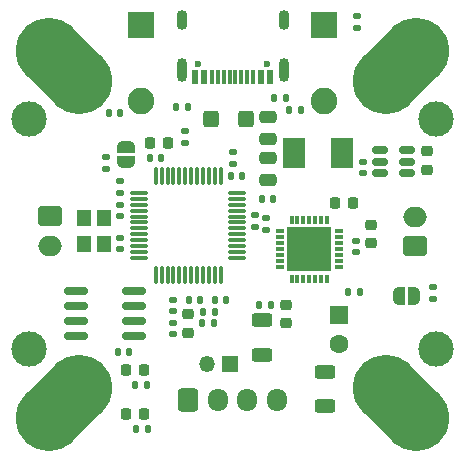
<source format=gbr>
%TF.GenerationSoftware,KiCad,Pcbnew,8.0.2*%
%TF.CreationDate,2024-09-15T16:43:51-04:00*%
%TF.ProjectId,StepperMotorDriver,53746570-7065-4724-9d6f-746f72447269,rev?*%
%TF.SameCoordinates,Original*%
%TF.FileFunction,Soldermask,Top*%
%TF.FilePolarity,Negative*%
%FSLAX46Y46*%
G04 Gerber Fmt 4.6, Leading zero omitted, Abs format (unit mm)*
G04 Created by KiCad (PCBNEW 8.0.2) date 2024-09-15 16:43:51*
%MOMM*%
%LPD*%
G01*
G04 APERTURE LIST*
G04 Aperture macros list*
%AMRoundRect*
0 Rectangle with rounded corners*
0 $1 Rounding radius*
0 $2 $3 $4 $5 $6 $7 $8 $9 X,Y pos of 4 corners*
0 Add a 4 corners polygon primitive as box body*
4,1,4,$2,$3,$4,$5,$6,$7,$8,$9,$2,$3,0*
0 Add four circle primitives for the rounded corners*
1,1,$1+$1,$2,$3*
1,1,$1+$1,$4,$5*
1,1,$1+$1,$6,$7*
1,1,$1+$1,$8,$9*
0 Add four rect primitives between the rounded corners*
20,1,$1+$1,$2,$3,$4,$5,0*
20,1,$1+$1,$4,$5,$6,$7,0*
20,1,$1+$1,$6,$7,$8,$9,0*
20,1,$1+$1,$8,$9,$2,$3,0*%
%AMHorizOval*
0 Thick line with rounded ends*
0 $1 width*
0 $2 $3 position (X,Y) of the first rounded end (center of the circle)*
0 $4 $5 position (X,Y) of the second rounded end (center of the circle)*
0 Add line between two ends*
20,1,$1,$2,$3,$4,$5,0*
0 Add two circle primitives to create the rounded ends*
1,1,$1,$2,$3*
1,1,$1,$4,$5*%
%AMFreePoly0*
4,1,19,0.500000,-0.750000,0.000000,-0.750000,0.000000,-0.744911,-0.071157,-0.744911,-0.207708,-0.704816,-0.327430,-0.627875,-0.420627,-0.520320,-0.479746,-0.390866,-0.500000,-0.250000,-0.500000,0.250000,-0.479746,0.390866,-0.420627,0.520320,-0.327430,0.627875,-0.207708,0.704816,-0.071157,0.744911,0.000000,0.744911,0.000000,0.750000,0.500000,0.750000,0.500000,-0.750000,0.500000,-0.750000,
$1*%
%AMFreePoly1*
4,1,19,0.000000,0.744911,0.071157,0.744911,0.207708,0.704816,0.327430,0.627875,0.420627,0.520320,0.479746,0.390866,0.500000,0.250000,0.500000,-0.250000,0.479746,-0.390866,0.420627,-0.520320,0.327430,-0.627875,0.207708,-0.704816,0.071157,-0.744911,0.000000,-0.744911,0.000000,-0.750000,-0.500000,-0.750000,-0.500000,0.750000,0.000000,0.750000,0.000000,0.744911,0.000000,0.744911,
$1*%
G04 Aperture macros list end*
%ADD10R,1.600000X1.600000*%
%ADD11C,1.600000*%
%ADD12R,1.200000X1.400000*%
%ADD13RoundRect,0.250000X-0.400000X-0.450000X0.400000X-0.450000X0.400000X0.450000X-0.400000X0.450000X0*%
%ADD14RoundRect,0.250000X-0.625000X0.312500X-0.625000X-0.312500X0.625000X-0.312500X0.625000X0.312500X0*%
%ADD15RoundRect,0.140000X-0.140000X-0.170000X0.140000X-0.170000X0.140000X0.170000X-0.140000X0.170000X0*%
%ADD16FreePoly0,0.000000*%
%ADD17FreePoly1,0.000000*%
%ADD18C,3.000000*%
%ADD19FreePoly0,270.000000*%
%ADD20FreePoly1,270.000000*%
%ADD21RoundRect,0.140000X-0.170000X0.140000X-0.170000X-0.140000X0.170000X-0.140000X0.170000X0.140000X0*%
%ADD22RoundRect,0.135000X-0.185000X0.135000X-0.185000X-0.135000X0.185000X-0.135000X0.185000X0.135000X0*%
%ADD23RoundRect,0.250000X0.750000X-0.600000X0.750000X0.600000X-0.750000X0.600000X-0.750000X-0.600000X0*%
%ADD24O,2.000000X1.700000*%
%ADD25RoundRect,0.218750X-0.256250X0.218750X-0.256250X-0.218750X0.256250X-0.218750X0.256250X0.218750X0*%
%ADD26HorizOval,5.600000X-1.272792X1.272792X1.272792X-1.272792X0*%
%ADD27RoundRect,0.150000X0.825000X0.150000X-0.825000X0.150000X-0.825000X-0.150000X0.825000X-0.150000X0*%
%ADD28RoundRect,0.140000X0.170000X-0.140000X0.170000X0.140000X-0.170000X0.140000X-0.170000X-0.140000X0*%
%ADD29RoundRect,0.250000X-0.475000X0.250000X-0.475000X-0.250000X0.475000X-0.250000X0.475000X0.250000X0*%
%ADD30RoundRect,0.218750X-0.218750X-0.256250X0.218750X-0.256250X0.218750X0.256250X-0.218750X0.256250X0*%
%ADD31RoundRect,0.140000X0.140000X0.170000X-0.140000X0.170000X-0.140000X-0.170000X0.140000X-0.170000X0*%
%ADD32RoundRect,0.135000X-0.135000X-0.185000X0.135000X-0.185000X0.135000X0.185000X-0.135000X0.185000X0*%
%ADD33RoundRect,0.225000X0.250000X-0.225000X0.250000X0.225000X-0.250000X0.225000X-0.250000X-0.225000X0*%
%ADD34RoundRect,0.135000X0.185000X-0.135000X0.185000X0.135000X-0.185000X0.135000X-0.185000X-0.135000X0*%
%ADD35R,2.250000X2.250000*%
%ADD36C,2.250000*%
%ADD37RoundRect,0.075000X-0.662500X-0.075000X0.662500X-0.075000X0.662500X0.075000X-0.662500X0.075000X0*%
%ADD38RoundRect,0.075000X-0.075000X-0.662500X0.075000X-0.662500X0.075000X0.662500X-0.075000X0.662500X0*%
%ADD39R,1.900000X2.500000*%
%ADD40HorizOval,5.600000X-1.272792X-1.272792X1.272792X1.272792X0*%
%ADD41RoundRect,0.250000X-0.750000X0.600000X-0.750000X-0.600000X0.750000X-0.600000X0.750000X0.600000X0*%
%ADD42RoundRect,0.250000X0.625000X-0.312500X0.625000X0.312500X-0.625000X0.312500X-0.625000X-0.312500X0*%
%ADD43RoundRect,0.150000X0.512500X0.150000X-0.512500X0.150000X-0.512500X-0.150000X0.512500X-0.150000X0*%
%ADD44C,0.600000*%
%ADD45R,0.600000X1.160000*%
%ADD46R,0.300000X1.160000*%
%ADD47O,0.900000X2.000000*%
%ADD48O,0.900000X1.700000*%
%ADD49RoundRect,0.135000X0.135000X0.185000X-0.135000X0.185000X-0.135000X-0.185000X0.135000X-0.185000X0*%
%ADD50HorizOval,5.600000X1.272792X1.272792X-1.272792X-1.272792X0*%
%ADD51RoundRect,0.225000X-0.225000X-0.250000X0.225000X-0.250000X0.225000X0.250000X-0.225000X0.250000X0*%
%ADD52RoundRect,0.250000X-0.600000X-0.725000X0.600000X-0.725000X0.600000X0.725000X-0.600000X0.725000X0*%
%ADD53O,1.700000X1.950000*%
%ADD54R,1.350000X1.350000*%
%ADD55O,1.350000X1.350000*%
%ADD56RoundRect,0.225000X0.225000X0.250000X-0.225000X0.250000X-0.225000X-0.250000X0.225000X-0.250000X0*%
%ADD57RoundRect,0.225000X-0.250000X0.225000X-0.250000X-0.225000X0.250000X-0.225000X0.250000X0.225000X0*%
%ADD58R,0.800000X0.300000*%
%ADD59R,0.300000X0.800000*%
%ADD60R,3.800000X3.800000*%
G04 APERTURE END LIST*
D10*
%TO.C,C8*%
X82250000Y-69544888D03*
D11*
X82250000Y-72044888D03*
%TD*%
D12*
%TO.C,Y2*%
X60650000Y-61400000D03*
X60650000Y-63600000D03*
X62350000Y-63600000D03*
X62350000Y-61400000D03*
%TD*%
D13*
%TO.C,D1*%
X71451105Y-52993477D03*
X74351105Y-52993477D03*
%TD*%
D14*
%TO.C,R6*%
X75750000Y-70037500D03*
X75750000Y-72962500D03*
%TD*%
D15*
%TO.C,C20*%
X62770000Y-52500000D03*
X63730000Y-52500000D03*
%TD*%
D16*
%TO.C,JP1*%
X87350000Y-68000000D03*
D17*
X88650000Y-68000000D03*
%TD*%
D15*
%TO.C,C1*%
X75737001Y-59750000D03*
X76697001Y-59750000D03*
%TD*%
D18*
%TO.C,J9*%
X90500000Y-53000000D03*
%TD*%
D19*
%TO.C,JP2*%
X64250000Y-55350000D03*
D20*
X64250000Y-56650000D03*
%TD*%
D21*
%TO.C,C19*%
X68250000Y-70230809D03*
X68250000Y-71190809D03*
%TD*%
D22*
%TO.C,R4*%
X75154699Y-61118977D03*
X75154699Y-62138977D03*
%TD*%
D23*
%TO.C,J7*%
X88700000Y-63750000D03*
D24*
X88700000Y-61250000D03*
%TD*%
D25*
%TO.C,D2*%
X77750000Y-68712500D03*
X77750000Y-70287500D03*
%TD*%
D26*
%TO.C,H3*%
X58977207Y-48477207D03*
%TD*%
D27*
%TO.C,U2*%
X64904524Y-71322558D03*
X64904524Y-70052558D03*
X64904524Y-68782558D03*
X64904524Y-67512558D03*
X59954524Y-67512558D03*
X59954524Y-68782558D03*
X59954524Y-70052558D03*
X59954524Y-71322558D03*
%TD*%
D28*
%TO.C,C5*%
X76122387Y-62369207D03*
X76122387Y-61409207D03*
%TD*%
D29*
%TO.C,C27*%
X76247443Y-56255287D03*
X76247443Y-58155287D03*
%TD*%
D30*
%TO.C,D4*%
X64212500Y-78000000D03*
X65787500Y-78000000D03*
%TD*%
D15*
%TO.C,C2*%
X63520000Y-72750000D03*
X64480000Y-72750000D03*
%TD*%
D31*
%TO.C,C13*%
X74084445Y-57788002D03*
X73124445Y-57788002D03*
%TD*%
D28*
%TO.C,C12*%
X63750000Y-59230000D03*
X63750000Y-58270000D03*
%TD*%
D32*
%TO.C,R9*%
X64990000Y-75500000D03*
X66010000Y-75500000D03*
%TD*%
D33*
%TO.C,C10*%
X85000000Y-63525000D03*
X85000000Y-61975000D03*
%TD*%
D34*
%TO.C,R2*%
X73250000Y-56760000D03*
X73250000Y-55740000D03*
%TD*%
D25*
%TO.C,FB3*%
X69474550Y-69494869D03*
X69474550Y-71069869D03*
%TD*%
D35*
%TO.C,SW1*%
X81000000Y-45000000D03*
D36*
X81000000Y-51500000D03*
%TD*%
D15*
%TO.C,C7*%
X84025873Y-67613273D03*
X83065873Y-67613273D03*
%TD*%
D37*
%TO.C,U3*%
X65337500Y-59250000D03*
X65337500Y-59750000D03*
X65337500Y-60250000D03*
X65337500Y-60750000D03*
X65337500Y-61250000D03*
X65337500Y-61750000D03*
X65337500Y-62250000D03*
X65337500Y-62750000D03*
X65337500Y-63250000D03*
X65337500Y-63750000D03*
X65337500Y-64250000D03*
X65337500Y-64750000D03*
D38*
X66750000Y-66162500D03*
X67250000Y-66162500D03*
X67750000Y-66162500D03*
X68250000Y-66162500D03*
X68750000Y-66162500D03*
X69250000Y-66162500D03*
X69750000Y-66162500D03*
X70250000Y-66162500D03*
X70750000Y-66162500D03*
X71250000Y-66162500D03*
X71750000Y-66162500D03*
X72250000Y-66162500D03*
D37*
X73662500Y-64750000D03*
X73662500Y-64250000D03*
X73662500Y-63750000D03*
X73662500Y-63250000D03*
X73662500Y-62750000D03*
X73662500Y-62250000D03*
X73662500Y-61750000D03*
X73662500Y-61250000D03*
X73662500Y-60750000D03*
X73662500Y-60250000D03*
X73662500Y-59750000D03*
X73662500Y-59250000D03*
D38*
X72250000Y-57837500D03*
X71750000Y-57837500D03*
X71250000Y-57837500D03*
X70750000Y-57837500D03*
X70250000Y-57837500D03*
X69750000Y-57837500D03*
X69250000Y-57837500D03*
X68750000Y-57837500D03*
X68250000Y-57837500D03*
X67750000Y-57837500D03*
X67250000Y-57837500D03*
X66750000Y-57837500D03*
%TD*%
D39*
%TO.C,L2*%
X82550000Y-55843821D03*
X78450000Y-55843821D03*
%TD*%
D21*
%TO.C,C26*%
X84300000Y-56613821D03*
X84300000Y-57573821D03*
%TD*%
D40*
%TO.C,H4*%
X58977207Y-77022793D03*
%TD*%
D15*
%TO.C,C21*%
X70770000Y-69323632D03*
X71730000Y-69323632D03*
%TD*%
D26*
%TO.C,H2*%
X87522791Y-77022791D03*
%TD*%
D18*
%TO.C,J2*%
X56000000Y-53000000D03*
%TD*%
%TO.C,J3*%
X90500000Y-72500000D03*
%TD*%
D41*
%TO.C,J1*%
X57800000Y-61241432D03*
D24*
X57800000Y-63741432D03*
%TD*%
D28*
%TO.C,C6*%
X83733518Y-64244807D03*
X83733518Y-63284807D03*
%TD*%
D32*
%TO.C,R7*%
X76740000Y-51250000D03*
X77760000Y-51250000D03*
%TD*%
D42*
%TO.C,R5*%
X81096371Y-74369053D03*
X81096371Y-77294053D03*
%TD*%
D28*
%TO.C,C3*%
X63750000Y-61230000D03*
X63750000Y-60270000D03*
%TD*%
D18*
%TO.C,J8*%
X56000000Y-72500000D03*
%TD*%
D28*
%TO.C,C18*%
X68250000Y-69276569D03*
X68250000Y-68316569D03*
%TD*%
D43*
%TO.C,U5*%
X88010002Y-57543821D03*
X88010002Y-56593821D03*
X88010002Y-55643821D03*
X85735002Y-55643821D03*
X85735002Y-56593821D03*
X85735002Y-57543821D03*
%TD*%
D34*
%TO.C,R11*%
X90250000Y-68260000D03*
X90250000Y-67240000D03*
%TD*%
D44*
%TO.C,J10*%
X76140000Y-48331250D03*
X70360000Y-48331250D03*
D45*
X76450000Y-49391250D03*
X75650000Y-49391250D03*
D46*
X74500000Y-49391250D03*
X73500000Y-49391250D03*
X73000000Y-49391250D03*
X72000000Y-49391250D03*
D45*
X70850000Y-49391250D03*
X70050000Y-49391250D03*
X70050000Y-49391250D03*
X70850000Y-49391250D03*
D46*
X71500000Y-49391250D03*
X72500000Y-49391250D03*
X74000000Y-49391250D03*
X75000000Y-49391250D03*
D45*
X75650000Y-49391250D03*
X76450000Y-49391250D03*
D47*
X77570000Y-48811250D03*
D48*
X77570000Y-44641250D03*
D47*
X68930000Y-48811250D03*
D48*
X68930000Y-44641250D03*
%TD*%
D49*
%TO.C,R8*%
X69510000Y-52000000D03*
X68490000Y-52000000D03*
%TD*%
D32*
%TO.C,R1*%
X77990000Y-52250000D03*
X79010000Y-52250000D03*
%TD*%
D50*
%TO.C,H1*%
X87522792Y-48477208D03*
%TD*%
D28*
%TO.C,C23*%
X83750000Y-45250000D03*
X83750000Y-44290000D03*
%TD*%
D31*
%TO.C,C17*%
X70488756Y-68296569D03*
X69528756Y-68296569D03*
%TD*%
D51*
%TO.C,C15*%
X66225000Y-55042142D03*
X67775000Y-55042142D03*
%TD*%
D52*
%TO.C,J4*%
X69500000Y-76750000D03*
D53*
X72000000Y-76750000D03*
X74500000Y-76750000D03*
X77000000Y-76750000D03*
%TD*%
D34*
%TO.C,R3*%
X69250000Y-55030562D03*
X69250000Y-54010562D03*
%TD*%
D54*
%TO.C,J5*%
X73066028Y-73750000D03*
D55*
X71066028Y-73750000D03*
%TD*%
D31*
%TO.C,C9*%
X76480000Y-68750000D03*
X75520000Y-68750000D03*
%TD*%
%TO.C,C14*%
X72738756Y-68296569D03*
X71778756Y-68296569D03*
%TD*%
D30*
%TO.C,D3*%
X64212500Y-74250000D03*
X65787500Y-74250000D03*
%TD*%
D21*
%TO.C,C4*%
X63750000Y-63040000D03*
X63750000Y-64000000D03*
%TD*%
D56*
%TO.C,C11*%
X83489679Y-60068608D03*
X81939679Y-60068608D03*
%TD*%
D15*
%TO.C,C16*%
X66258180Y-56252997D03*
X67218180Y-56252997D03*
%TD*%
D35*
%TO.C,SW2*%
X65500000Y-45000000D03*
D36*
X65500000Y-51500000D03*
%TD*%
D32*
%TO.C,R10*%
X65051852Y-79246079D03*
X66071852Y-79246079D03*
%TD*%
D15*
%TO.C,C22*%
X70688973Y-70287561D03*
X71648973Y-70287561D03*
%TD*%
D57*
%TO.C,C25*%
X89750000Y-55725000D03*
X89750000Y-57275000D03*
%TD*%
D29*
%TO.C,C28*%
X76250000Y-52800000D03*
X76250000Y-54700000D03*
%TD*%
D34*
%TO.C,R12*%
X62500000Y-57260000D03*
X62500000Y-56240000D03*
%TD*%
D58*
%TO.C,IC2*%
X82250000Y-65500000D03*
X82250000Y-65000000D03*
X82250000Y-64500000D03*
X82250000Y-64000000D03*
X82250000Y-63500000D03*
X82250000Y-63000000D03*
X82250000Y-62500000D03*
D59*
X81250000Y-61500000D03*
X80750000Y-61500000D03*
X80250000Y-61500000D03*
X79750000Y-61500000D03*
X79250000Y-61500000D03*
X78750000Y-61500000D03*
X78250000Y-61500000D03*
D58*
X77250000Y-62500000D03*
X77250000Y-63000000D03*
X77250000Y-63500000D03*
X77250000Y-64000000D03*
X77250000Y-64500000D03*
X77250000Y-65000000D03*
X77250000Y-65500000D03*
D59*
X78250000Y-66500000D03*
X78750000Y-66500000D03*
X79250000Y-66500000D03*
X79750000Y-66500000D03*
X80250000Y-66500000D03*
X80750000Y-66500000D03*
X81250000Y-66500000D03*
D60*
X79750000Y-64000000D03*
%TD*%
M02*

</source>
